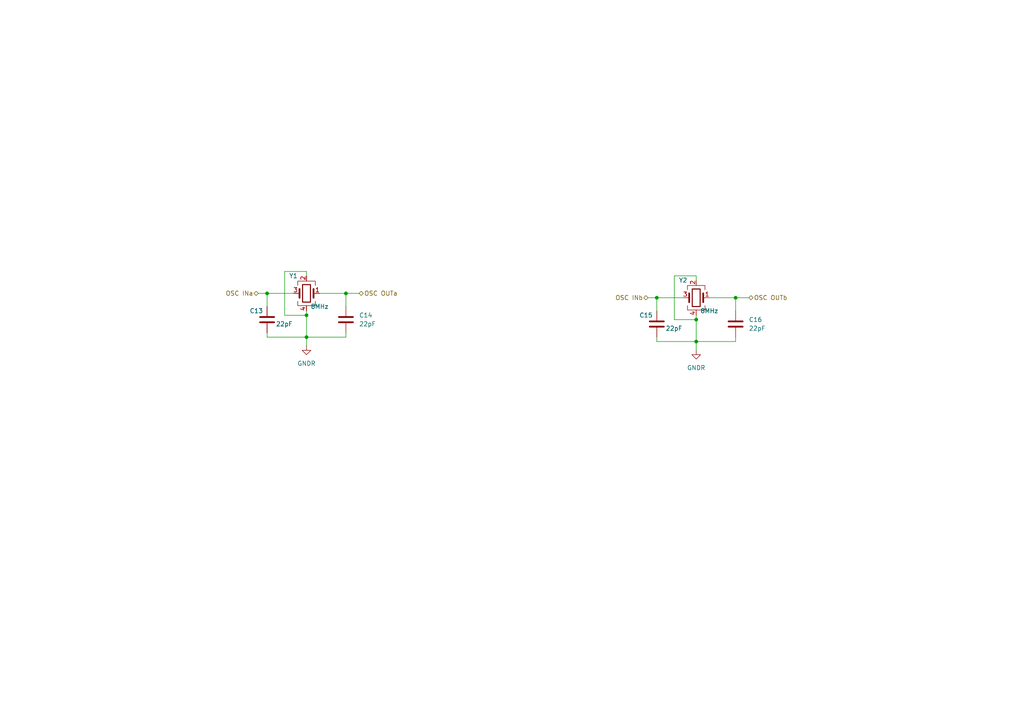
<source format=kicad_sch>
(kicad_sch (version 20231120) (generator "eeschema") (generator_version "8.0")
  (paper "A4")
  (title_block (title "STM Clocks with 8MHz Crystal"))
  (lib_symbols
    (symbol "Device:C" (pin_numbers hide) (pin_names (offset 0.254))
      (property "Reference" "C" (at 0.635 2.54 0))
      (property "Value" "C" (at 0.635 -2.54 0))
      (symbol "C_0_1"
        (polyline (pts (xy -2.032 -0.762) (xy 2.032 -0.762)) (stroke (width 0.508)))
        (polyline (pts (xy -2.032 0.762) (xy 2.032 0.762)) (stroke (width 0.508)))
      )
      (symbol "C_1_1"
        (pin passive line (at 0 3.81 270) (length 2.794) (name "~") (number "1"))
        (pin passive line (at 0 -3.81 90) (length 2.794) (name "~") (number "2"))
      )
    )
    (symbol "Device:Crystal_GND24" (pin_names (offset 1.016) hide)
      (property "Reference" "Y" (at 3.175 5.08 0))
      (property "Value" "Crystal_GND24" (at 3.175 3.175 0))
      (symbol "Crystal_GND24_0_1"
        (rectangle (start -1.143 2.54) (end 1.143 -2.54) (stroke (width 0.3048)))
        (polyline (pts (xy -2.54 0) (xy -2.032 0)))
        (polyline (pts (xy -2.032 -1.27) (xy -2.032 1.27)) (stroke (width 0.508)))
        (polyline (pts (xy 0 -3.81) (xy 0 -3.556)))
        (polyline (pts (xy 0 3.556) (xy 0 3.81)))
        (polyline (pts (xy 2.032 -1.27) (xy 2.032 1.27)) (stroke (width 0.508)))
        (polyline (pts (xy 2.032 0) (xy 2.54 0)))
        (polyline (pts (xy -2.54 -2.286) (xy -2.54 -3.556) (xy 2.54 -3.556) (xy 2.54 -2.286)))
        (polyline (pts (xy -2.54 2.286) (xy -2.54 3.556) (xy 2.54 3.556) (xy 2.54 2.286)))
      )
      (symbol "Crystal_GND24_1_1"
        (pin passive line (at -3.81 0 0) (length 1.27) (name "1") (number "1"))
        (pin passive line (at 0 5.08 270) (length 1.27) (name "2") (number "2"))
        (pin passive line (at 3.81 0 180) (length 1.27) (name "3") (number "3"))
        (pin passive line (at 0 -5.08 90) (length 1.27) (name "4") (number "4"))
      )
    )
    (symbol "foostan/kbd:GNDR" (power) (pin_names (offset 0))
      (property "Value" "GNDR" (at 0 -3.81 0))
      (symbol "GNDR_0_1"
        (polyline (pts (xy 0 0) (xy 0 -1.27) (xy 1.27 -1.27) (xy 0 -2.54) (xy -1.27 -1.27) (xy 0 -1.27)))
      )
      (symbol "GNDR_1_1"
        (pin power_in line (at 0 0 270) (length 0) hide (name "GNDR") (number "1"))
      )
    )
  )
  (junction (at 88.9 91.44))
  (junction (at 201.93 99.06))
  (junction (at 201.93 92.71))
  (junction (at 190.5 86.36))
  (junction (at 213.36 86.36))
  (junction (at 88.9 97.79))
  (junction (at 100.33 85.09))
  (junction (at 77.47 85.09))
  (wire (pts (xy 195.58 92.71) (xy 201.93 92.71)))
  (wire (pts (xy 88.9 91.44) (xy 88.9 90.17)))
  (wire (pts (xy 190.5 99.06) (xy 190.5 97.79)))
  (wire (pts (xy 190.5 86.36) (xy 198.12 86.36)))
  (wire (pts (xy 195.58 80.01) (xy 201.93 80.01)))
  (wire (pts (xy 100.33 85.09) (xy 100.33 88.9)))
  (wire (pts (xy 77.47 97.79) (xy 77.47 96.52)))
  (wire (pts (xy 88.9 97.79) (xy 100.33 97.79)))
  (wire (pts (xy 88.9 78.74) (xy 88.9 80.01)))
  (wire (pts (xy 190.5 86.36) (xy 190.5 90.17)))
  (wire (pts (xy 190.5 99.06) (xy 201.93 99.06)))
  (wire (pts (xy 213.36 86.36) (xy 217.17 86.36)))
  (wire (pts (xy 82.55 78.74) (xy 82.55 91.44)))
  (wire (pts (xy 88.9 100.33) (xy 88.9 97.79)))
  (wire (pts (xy 77.47 85.09) (xy 85.09 85.09)))
  (wire (pts (xy 205.74 86.36) (xy 213.36 86.36)))
  (wire (pts (xy 213.36 99.06) (xy 213.36 97.79)))
  (wire (pts (xy 195.58 80.01) (xy 195.58 92.71)))
  (wire (pts (xy 201.93 99.06) (xy 213.36 99.06)))
  (wire (pts (xy 213.36 86.36) (xy 213.36 90.17)))
  (wire (pts (xy 201.93 80.01) (xy 201.93 81.28)))
  (wire (pts (xy 201.93 101.6) (xy 201.93 99.06)))
  (wire (pts (xy 82.55 91.44) (xy 88.9 91.44)))
  (wire (pts (xy 82.55 78.74) (xy 88.9 78.74)))
  (wire (pts (xy 88.9 91.44) (xy 88.9 97.79)))
  (wire (pts (xy 92.71 85.09) (xy 100.33 85.09)))
  (wire (pts (xy 77.47 85.09) (xy 77.47 88.9)))
  (wire (pts (xy 201.93 92.71) (xy 201.93 99.06)))
  (wire (pts (xy 77.47 97.79) (xy 88.9 97.79)))
  (wire (pts (xy 187.96 86.36) (xy 190.5 86.36)))
  (wire (pts (xy 201.93 92.71) (xy 201.93 91.44)))
  (wire (pts (xy 74.93 85.09) (xy 77.47 85.09)))
  (wire (pts (xy 100.33 85.09) (xy 104.14 85.09)))
  (wire (pts (xy 100.33 97.79) (xy 100.33 96.52)))
  (hierarchical_label "OSC OUTa" (shape bidirectional) (at 104.14 85.09 0))
  (hierarchical_label "OSC INa" (shape bidirectional) (at 74.93 85.09 180))
  (hierarchical_label "OSC OUTb" (shape bidirectional) (at 217.17 86.36 0))
  (hierarchical_label "OSC INb" (shape bidirectional) (at 187.96 86.36 180))
  (symbol (lib_id "foostan/kbd:GNDR") (at 88.9 100.33 0) (unit 1)
    (property "Reference" "#PWR025" (effects (hide yes)))
    (property "Value" "GNDR" (at 88.9 105.41 0))
  )
  (symbol (lib_id "foostan/kbd:GNDR") (at 201.93 101.6 0) (unit 1)
    (property "Reference" "#PWR026" (effects (hide yes)))
    (property "Value" "GNDR" (at 201.93 106.68 0))
  )
  (symbol (lib_id "Device:C") (at 213.36 93.98 0) (unit 1)
    (property "Reference" "C16" (at 217.17 92.71 0) (effects (justify left)))
    (property "Value" "22pF" (at 217.17 95.25 0) (effects (justify left)))
  )
  (symbol (lib_id "Device:Crystal_GND24") (at 88.9 85.09 0) (mirror y) (unit 1)
    (property "Reference" "Y1" (at 85.09 80.01 0))
    (property "Value" "8MHz" (at 92.71 88.9 0))
  )
  (symbol (lib_id "Device:C") (at 77.47 92.71 0) (unit 1)
    (property "Reference" "C13" (at 72.39 90.17 0) (effects (justify left)))
    (property "Value" "22pF" (at 80.01 93.98 0) (effects (justify left)))
  )
  (symbol (lib_id "Device:C") (at 100.33 92.71 0) (unit 1)
    (property "Reference" "C14" (at 104.14 91.44 0) (effects (justify left)))
    (property "Value" "22pF" (at 104.14 93.98 0) (effects (justify left)))
  )
  (symbol (lib_id "Device:C") (at 190.5 93.98 0) (unit 1)
    (property "Reference" "C15" (at 185.42 91.44 0) (effects (justify left)))
    (property "Value" "22pF" (at 193.04 95.25 0) (effects (justify left)))
  )
  (symbol (lib_id "Device:Crystal_GND24") (at 201.93 86.36 0) (mirror y) (unit 1)
    (property "Reference" "Y2" (at 198.12 81.28 0))
    (property "Value" "8MHz" (at 205.74 90.17 0))
  )
)
</source>
